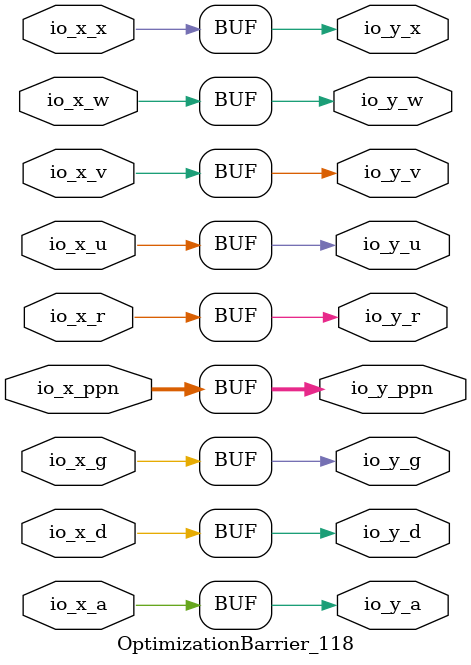
<source format=v>
module OptimizationBarrier_118( // @[:freechips.rocketchip.system.DefaultRV32Config.fir@214475.2]
  input  [53:0] io_x_ppn, // @[:freechips.rocketchip.system.DefaultRV32Config.fir@214478.4]
  input         io_x_d, // @[:freechips.rocketchip.system.DefaultRV32Config.fir@214478.4]
  input         io_x_a, // @[:freechips.rocketchip.system.DefaultRV32Config.fir@214478.4]
  input         io_x_g, // @[:freechips.rocketchip.system.DefaultRV32Config.fir@214478.4]
  input         io_x_u, // @[:freechips.rocketchip.system.DefaultRV32Config.fir@214478.4]
  input         io_x_x, // @[:freechips.rocketchip.system.DefaultRV32Config.fir@214478.4]
  input         io_x_w, // @[:freechips.rocketchip.system.DefaultRV32Config.fir@214478.4]
  input         io_x_r, // @[:freechips.rocketchip.system.DefaultRV32Config.fir@214478.4]
  input         io_x_v, // @[:freechips.rocketchip.system.DefaultRV32Config.fir@214478.4]
  output [53:0] io_y_ppn, // @[:freechips.rocketchip.system.DefaultRV32Config.fir@214478.4]
  output        io_y_d, // @[:freechips.rocketchip.system.DefaultRV32Config.fir@214478.4]
  output        io_y_a, // @[:freechips.rocketchip.system.DefaultRV32Config.fir@214478.4]
  output        io_y_g, // @[:freechips.rocketchip.system.DefaultRV32Config.fir@214478.4]
  output        io_y_u, // @[:freechips.rocketchip.system.DefaultRV32Config.fir@214478.4]
  output        io_y_x, // @[:freechips.rocketchip.system.DefaultRV32Config.fir@214478.4]
  output        io_y_w, // @[:freechips.rocketchip.system.DefaultRV32Config.fir@214478.4]
  output        io_y_r, // @[:freechips.rocketchip.system.DefaultRV32Config.fir@214478.4]
  output        io_y_v // @[:freechips.rocketchip.system.DefaultRV32Config.fir@214478.4]
);
  assign io_y_ppn = io_x_ppn; // @[package.scala 236:12:freechips.rocketchip.system.DefaultRV32Config.fir@214483.4]
  assign io_y_d = io_x_d; // @[package.scala 236:12:freechips.rocketchip.system.DefaultRV32Config.fir@214483.4]
  assign io_y_a = io_x_a; // @[package.scala 236:12:freechips.rocketchip.system.DefaultRV32Config.fir@214483.4]
  assign io_y_g = io_x_g; // @[package.scala 236:12:freechips.rocketchip.system.DefaultRV32Config.fir@214483.4]
  assign io_y_u = io_x_u; // @[package.scala 236:12:freechips.rocketchip.system.DefaultRV32Config.fir@214483.4]
  assign io_y_x = io_x_x; // @[package.scala 236:12:freechips.rocketchip.system.DefaultRV32Config.fir@214483.4]
  assign io_y_w = io_x_w; // @[package.scala 236:12:freechips.rocketchip.system.DefaultRV32Config.fir@214483.4]
  assign io_y_r = io_x_r; // @[package.scala 236:12:freechips.rocketchip.system.DefaultRV32Config.fir@214483.4]
  assign io_y_v = io_x_v; // @[package.scala 236:12:freechips.rocketchip.system.DefaultRV32Config.fir@214483.4]
endmodule

</source>
